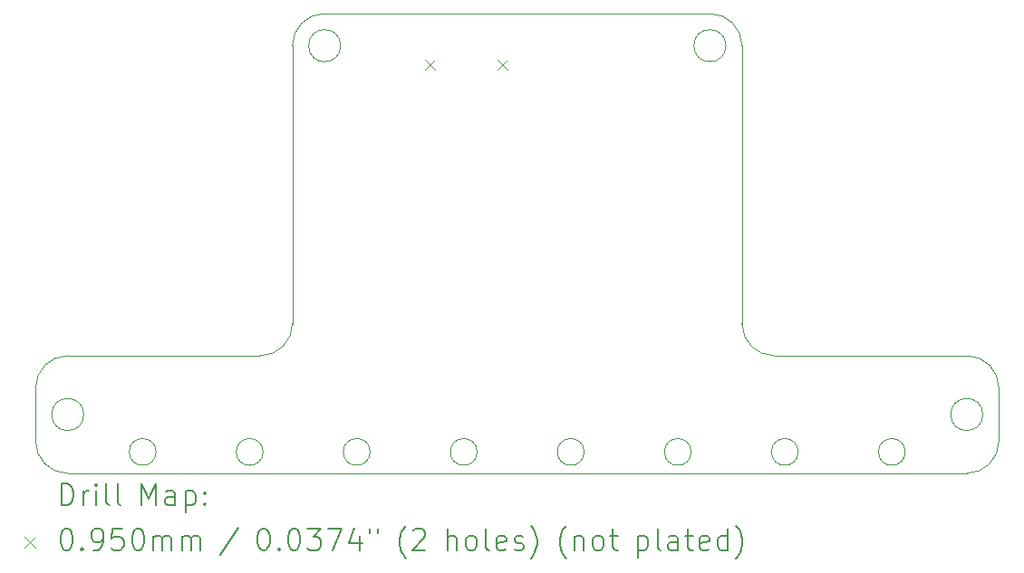
<source format=gbr>
%TF.GenerationSoftware,KiCad,Pcbnew,(7.0.0)*%
%TF.CreationDate,2024-08-27T08:05:36+05:30*%
%TF.ProjectId,Temperature Thing With Thermocouple 3V3,54656d70-6572-4617-9475-726520546869,v2.0.1*%
%TF.SameCoordinates,Original*%
%TF.FileFunction,Drillmap*%
%TF.FilePolarity,Positive*%
%FSLAX45Y45*%
G04 Gerber Fmt 4.5, Leading zero omitted, Abs format (unit mm)*
G04 Created by KiCad (PCBNEW (7.0.0)) date 2024-08-27 08:05:36*
%MOMM*%
%LPD*%
G01*
G04 APERTURE LIST*
%ADD10C,0.100000*%
%ADD11C,0.200000*%
%ADD12C,0.095000*%
G04 APERTURE END LIST*
D10*
X16525000Y-12100000D02*
G75*
G03*
X16525000Y-12100000I-125000J0D01*
G01*
X9400000Y-12000000D02*
G75*
G03*
X9700000Y-12300000I300000J0D01*
G01*
X18100000Y-12300000D02*
G75*
G03*
X18400000Y-12000000I0J300000D01*
G01*
X11500000Y-11200000D02*
X9700000Y-11200000D01*
X12250000Y-8300000D02*
G75*
G03*
X12250000Y-8300000I-150000J0D01*
G01*
X11500000Y-11200000D02*
G75*
G03*
X11800000Y-10900000I0J300000D01*
G01*
X9850000Y-11750000D02*
G75*
G03*
X9850000Y-11750000I-150000J0D01*
G01*
X16000000Y-8300000D02*
G75*
G03*
X15700000Y-8000000I-300000J0D01*
G01*
X15525000Y-12100000D02*
G75*
G03*
X15525000Y-12100000I-125000J0D01*
G01*
X11525000Y-12100000D02*
G75*
G03*
X11525000Y-12100000I-125000J0D01*
G01*
X9700000Y-11200000D02*
G75*
G03*
X9400000Y-11500000I0J-300000D01*
G01*
X9700000Y-12300000D02*
X18100000Y-12300000D01*
X12100000Y-8000000D02*
G75*
G03*
X11800000Y-8300000I0J-300000D01*
G01*
X10525000Y-12100000D02*
G75*
G03*
X10525000Y-12100000I-125000J0D01*
G01*
X12100000Y-8000000D02*
X15700000Y-8000000D01*
X12525000Y-12100000D02*
G75*
G03*
X12525000Y-12100000I-125000J0D01*
G01*
X13525000Y-12100000D02*
G75*
G03*
X13525000Y-12100000I-125000J0D01*
G01*
X15850000Y-8300000D02*
G75*
G03*
X15850000Y-8300000I-150000J0D01*
G01*
X18400000Y-11500000D02*
G75*
G03*
X18100000Y-11200000I-300000J0D01*
G01*
X18100000Y-11200000D02*
X16300000Y-11200000D01*
X9400000Y-11500000D02*
X9400000Y-12000000D01*
X16000000Y-10900000D02*
G75*
G03*
X16300000Y-11200000I300000J0D01*
G01*
X16000000Y-8300000D02*
X16000000Y-10900000D01*
X18250000Y-11750000D02*
G75*
G03*
X18250000Y-11750000I-150000J0D01*
G01*
X11800000Y-10900000D02*
X11800000Y-8300000D01*
X17525000Y-12100000D02*
G75*
G03*
X17525000Y-12100000I-125000J0D01*
G01*
X18400000Y-12000000D02*
X18400000Y-11500000D01*
X14525000Y-12100000D02*
G75*
G03*
X14525000Y-12100000I-125000J0D01*
G01*
D11*
D12*
X13037500Y-8433000D02*
X13132500Y-8528000D01*
X13132500Y-8433000D02*
X13037500Y-8528000D01*
X13717500Y-8433000D02*
X13812500Y-8528000D01*
X13812500Y-8433000D02*
X13717500Y-8528000D01*
D11*
X9642619Y-12598476D02*
X9642619Y-12398476D01*
X9642619Y-12398476D02*
X9690238Y-12398476D01*
X9690238Y-12398476D02*
X9718810Y-12408000D01*
X9718810Y-12408000D02*
X9737857Y-12427048D01*
X9737857Y-12427048D02*
X9747381Y-12446095D01*
X9747381Y-12446095D02*
X9756905Y-12484190D01*
X9756905Y-12484190D02*
X9756905Y-12512762D01*
X9756905Y-12512762D02*
X9747381Y-12550857D01*
X9747381Y-12550857D02*
X9737857Y-12569905D01*
X9737857Y-12569905D02*
X9718810Y-12588952D01*
X9718810Y-12588952D02*
X9690238Y-12598476D01*
X9690238Y-12598476D02*
X9642619Y-12598476D01*
X9842619Y-12598476D02*
X9842619Y-12465143D01*
X9842619Y-12503238D02*
X9852143Y-12484190D01*
X9852143Y-12484190D02*
X9861667Y-12474667D01*
X9861667Y-12474667D02*
X9880714Y-12465143D01*
X9880714Y-12465143D02*
X9899762Y-12465143D01*
X9966429Y-12598476D02*
X9966429Y-12465143D01*
X9966429Y-12398476D02*
X9956905Y-12408000D01*
X9956905Y-12408000D02*
X9966429Y-12417524D01*
X9966429Y-12417524D02*
X9975952Y-12408000D01*
X9975952Y-12408000D02*
X9966429Y-12398476D01*
X9966429Y-12398476D02*
X9966429Y-12417524D01*
X10090238Y-12598476D02*
X10071190Y-12588952D01*
X10071190Y-12588952D02*
X10061667Y-12569905D01*
X10061667Y-12569905D02*
X10061667Y-12398476D01*
X10195000Y-12598476D02*
X10175952Y-12588952D01*
X10175952Y-12588952D02*
X10166429Y-12569905D01*
X10166429Y-12569905D02*
X10166429Y-12398476D01*
X10391190Y-12598476D02*
X10391190Y-12398476D01*
X10391190Y-12398476D02*
X10457857Y-12541333D01*
X10457857Y-12541333D02*
X10524524Y-12398476D01*
X10524524Y-12398476D02*
X10524524Y-12598476D01*
X10705476Y-12598476D02*
X10705476Y-12493714D01*
X10705476Y-12493714D02*
X10695952Y-12474667D01*
X10695952Y-12474667D02*
X10676905Y-12465143D01*
X10676905Y-12465143D02*
X10638809Y-12465143D01*
X10638809Y-12465143D02*
X10619762Y-12474667D01*
X10705476Y-12588952D02*
X10686429Y-12598476D01*
X10686429Y-12598476D02*
X10638809Y-12598476D01*
X10638809Y-12598476D02*
X10619762Y-12588952D01*
X10619762Y-12588952D02*
X10610238Y-12569905D01*
X10610238Y-12569905D02*
X10610238Y-12550857D01*
X10610238Y-12550857D02*
X10619762Y-12531809D01*
X10619762Y-12531809D02*
X10638809Y-12522286D01*
X10638809Y-12522286D02*
X10686429Y-12522286D01*
X10686429Y-12522286D02*
X10705476Y-12512762D01*
X10800714Y-12465143D02*
X10800714Y-12665143D01*
X10800714Y-12474667D02*
X10819762Y-12465143D01*
X10819762Y-12465143D02*
X10857857Y-12465143D01*
X10857857Y-12465143D02*
X10876905Y-12474667D01*
X10876905Y-12474667D02*
X10886429Y-12484190D01*
X10886429Y-12484190D02*
X10895952Y-12503238D01*
X10895952Y-12503238D02*
X10895952Y-12560381D01*
X10895952Y-12560381D02*
X10886429Y-12579428D01*
X10886429Y-12579428D02*
X10876905Y-12588952D01*
X10876905Y-12588952D02*
X10857857Y-12598476D01*
X10857857Y-12598476D02*
X10819762Y-12598476D01*
X10819762Y-12598476D02*
X10800714Y-12588952D01*
X10981667Y-12579428D02*
X10991190Y-12588952D01*
X10991190Y-12588952D02*
X10981667Y-12598476D01*
X10981667Y-12598476D02*
X10972143Y-12588952D01*
X10972143Y-12588952D02*
X10981667Y-12579428D01*
X10981667Y-12579428D02*
X10981667Y-12598476D01*
X10981667Y-12474667D02*
X10991190Y-12484190D01*
X10991190Y-12484190D02*
X10981667Y-12493714D01*
X10981667Y-12493714D02*
X10972143Y-12484190D01*
X10972143Y-12484190D02*
X10981667Y-12474667D01*
X10981667Y-12474667D02*
X10981667Y-12493714D01*
D12*
X9300000Y-12897500D02*
X9395000Y-12992500D01*
X9395000Y-12897500D02*
X9300000Y-12992500D01*
D11*
X9680714Y-12818476D02*
X9699762Y-12818476D01*
X9699762Y-12818476D02*
X9718810Y-12828000D01*
X9718810Y-12828000D02*
X9728333Y-12837524D01*
X9728333Y-12837524D02*
X9737857Y-12856571D01*
X9737857Y-12856571D02*
X9747381Y-12894667D01*
X9747381Y-12894667D02*
X9747381Y-12942286D01*
X9747381Y-12942286D02*
X9737857Y-12980381D01*
X9737857Y-12980381D02*
X9728333Y-12999428D01*
X9728333Y-12999428D02*
X9718810Y-13008952D01*
X9718810Y-13008952D02*
X9699762Y-13018476D01*
X9699762Y-13018476D02*
X9680714Y-13018476D01*
X9680714Y-13018476D02*
X9661667Y-13008952D01*
X9661667Y-13008952D02*
X9652143Y-12999428D01*
X9652143Y-12999428D02*
X9642619Y-12980381D01*
X9642619Y-12980381D02*
X9633095Y-12942286D01*
X9633095Y-12942286D02*
X9633095Y-12894667D01*
X9633095Y-12894667D02*
X9642619Y-12856571D01*
X9642619Y-12856571D02*
X9652143Y-12837524D01*
X9652143Y-12837524D02*
X9661667Y-12828000D01*
X9661667Y-12828000D02*
X9680714Y-12818476D01*
X9833095Y-12999428D02*
X9842619Y-13008952D01*
X9842619Y-13008952D02*
X9833095Y-13018476D01*
X9833095Y-13018476D02*
X9823571Y-13008952D01*
X9823571Y-13008952D02*
X9833095Y-12999428D01*
X9833095Y-12999428D02*
X9833095Y-13018476D01*
X9937857Y-13018476D02*
X9975952Y-13018476D01*
X9975952Y-13018476D02*
X9995000Y-13008952D01*
X9995000Y-13008952D02*
X10004524Y-12999428D01*
X10004524Y-12999428D02*
X10023571Y-12970857D01*
X10023571Y-12970857D02*
X10033095Y-12932762D01*
X10033095Y-12932762D02*
X10033095Y-12856571D01*
X10033095Y-12856571D02*
X10023571Y-12837524D01*
X10023571Y-12837524D02*
X10014048Y-12828000D01*
X10014048Y-12828000D02*
X9995000Y-12818476D01*
X9995000Y-12818476D02*
X9956905Y-12818476D01*
X9956905Y-12818476D02*
X9937857Y-12828000D01*
X9937857Y-12828000D02*
X9928333Y-12837524D01*
X9928333Y-12837524D02*
X9918810Y-12856571D01*
X9918810Y-12856571D02*
X9918810Y-12904190D01*
X9918810Y-12904190D02*
X9928333Y-12923238D01*
X9928333Y-12923238D02*
X9937857Y-12932762D01*
X9937857Y-12932762D02*
X9956905Y-12942286D01*
X9956905Y-12942286D02*
X9995000Y-12942286D01*
X9995000Y-12942286D02*
X10014048Y-12932762D01*
X10014048Y-12932762D02*
X10023571Y-12923238D01*
X10023571Y-12923238D02*
X10033095Y-12904190D01*
X10214048Y-12818476D02*
X10118810Y-12818476D01*
X10118810Y-12818476D02*
X10109286Y-12913714D01*
X10109286Y-12913714D02*
X10118810Y-12904190D01*
X10118810Y-12904190D02*
X10137857Y-12894667D01*
X10137857Y-12894667D02*
X10185476Y-12894667D01*
X10185476Y-12894667D02*
X10204524Y-12904190D01*
X10204524Y-12904190D02*
X10214048Y-12913714D01*
X10214048Y-12913714D02*
X10223571Y-12932762D01*
X10223571Y-12932762D02*
X10223571Y-12980381D01*
X10223571Y-12980381D02*
X10214048Y-12999428D01*
X10214048Y-12999428D02*
X10204524Y-13008952D01*
X10204524Y-13008952D02*
X10185476Y-13018476D01*
X10185476Y-13018476D02*
X10137857Y-13018476D01*
X10137857Y-13018476D02*
X10118810Y-13008952D01*
X10118810Y-13008952D02*
X10109286Y-12999428D01*
X10347381Y-12818476D02*
X10366429Y-12818476D01*
X10366429Y-12818476D02*
X10385476Y-12828000D01*
X10385476Y-12828000D02*
X10395000Y-12837524D01*
X10395000Y-12837524D02*
X10404524Y-12856571D01*
X10404524Y-12856571D02*
X10414048Y-12894667D01*
X10414048Y-12894667D02*
X10414048Y-12942286D01*
X10414048Y-12942286D02*
X10404524Y-12980381D01*
X10404524Y-12980381D02*
X10395000Y-12999428D01*
X10395000Y-12999428D02*
X10385476Y-13008952D01*
X10385476Y-13008952D02*
X10366429Y-13018476D01*
X10366429Y-13018476D02*
X10347381Y-13018476D01*
X10347381Y-13018476D02*
X10328333Y-13008952D01*
X10328333Y-13008952D02*
X10318810Y-12999428D01*
X10318810Y-12999428D02*
X10309286Y-12980381D01*
X10309286Y-12980381D02*
X10299762Y-12942286D01*
X10299762Y-12942286D02*
X10299762Y-12894667D01*
X10299762Y-12894667D02*
X10309286Y-12856571D01*
X10309286Y-12856571D02*
X10318810Y-12837524D01*
X10318810Y-12837524D02*
X10328333Y-12828000D01*
X10328333Y-12828000D02*
X10347381Y-12818476D01*
X10499762Y-13018476D02*
X10499762Y-12885143D01*
X10499762Y-12904190D02*
X10509286Y-12894667D01*
X10509286Y-12894667D02*
X10528333Y-12885143D01*
X10528333Y-12885143D02*
X10556905Y-12885143D01*
X10556905Y-12885143D02*
X10575952Y-12894667D01*
X10575952Y-12894667D02*
X10585476Y-12913714D01*
X10585476Y-12913714D02*
X10585476Y-13018476D01*
X10585476Y-12913714D02*
X10595000Y-12894667D01*
X10595000Y-12894667D02*
X10614048Y-12885143D01*
X10614048Y-12885143D02*
X10642619Y-12885143D01*
X10642619Y-12885143D02*
X10661667Y-12894667D01*
X10661667Y-12894667D02*
X10671191Y-12913714D01*
X10671191Y-12913714D02*
X10671191Y-13018476D01*
X10766429Y-13018476D02*
X10766429Y-12885143D01*
X10766429Y-12904190D02*
X10775952Y-12894667D01*
X10775952Y-12894667D02*
X10795000Y-12885143D01*
X10795000Y-12885143D02*
X10823572Y-12885143D01*
X10823572Y-12885143D02*
X10842619Y-12894667D01*
X10842619Y-12894667D02*
X10852143Y-12913714D01*
X10852143Y-12913714D02*
X10852143Y-13018476D01*
X10852143Y-12913714D02*
X10861667Y-12894667D01*
X10861667Y-12894667D02*
X10880714Y-12885143D01*
X10880714Y-12885143D02*
X10909286Y-12885143D01*
X10909286Y-12885143D02*
X10928333Y-12894667D01*
X10928333Y-12894667D02*
X10937857Y-12913714D01*
X10937857Y-12913714D02*
X10937857Y-13018476D01*
X11295952Y-12808952D02*
X11124524Y-13066095D01*
X11520714Y-12818476D02*
X11539762Y-12818476D01*
X11539762Y-12818476D02*
X11558810Y-12828000D01*
X11558810Y-12828000D02*
X11568333Y-12837524D01*
X11568333Y-12837524D02*
X11577857Y-12856571D01*
X11577857Y-12856571D02*
X11587381Y-12894667D01*
X11587381Y-12894667D02*
X11587381Y-12942286D01*
X11587381Y-12942286D02*
X11577857Y-12980381D01*
X11577857Y-12980381D02*
X11568333Y-12999428D01*
X11568333Y-12999428D02*
X11558810Y-13008952D01*
X11558810Y-13008952D02*
X11539762Y-13018476D01*
X11539762Y-13018476D02*
X11520714Y-13018476D01*
X11520714Y-13018476D02*
X11501667Y-13008952D01*
X11501667Y-13008952D02*
X11492143Y-12999428D01*
X11492143Y-12999428D02*
X11482619Y-12980381D01*
X11482619Y-12980381D02*
X11473095Y-12942286D01*
X11473095Y-12942286D02*
X11473095Y-12894667D01*
X11473095Y-12894667D02*
X11482619Y-12856571D01*
X11482619Y-12856571D02*
X11492143Y-12837524D01*
X11492143Y-12837524D02*
X11501667Y-12828000D01*
X11501667Y-12828000D02*
X11520714Y-12818476D01*
X11673095Y-12999428D02*
X11682619Y-13008952D01*
X11682619Y-13008952D02*
X11673095Y-13018476D01*
X11673095Y-13018476D02*
X11663571Y-13008952D01*
X11663571Y-13008952D02*
X11673095Y-12999428D01*
X11673095Y-12999428D02*
X11673095Y-13018476D01*
X11806429Y-12818476D02*
X11825476Y-12818476D01*
X11825476Y-12818476D02*
X11844524Y-12828000D01*
X11844524Y-12828000D02*
X11854048Y-12837524D01*
X11854048Y-12837524D02*
X11863571Y-12856571D01*
X11863571Y-12856571D02*
X11873095Y-12894667D01*
X11873095Y-12894667D02*
X11873095Y-12942286D01*
X11873095Y-12942286D02*
X11863571Y-12980381D01*
X11863571Y-12980381D02*
X11854048Y-12999428D01*
X11854048Y-12999428D02*
X11844524Y-13008952D01*
X11844524Y-13008952D02*
X11825476Y-13018476D01*
X11825476Y-13018476D02*
X11806429Y-13018476D01*
X11806429Y-13018476D02*
X11787381Y-13008952D01*
X11787381Y-13008952D02*
X11777857Y-12999428D01*
X11777857Y-12999428D02*
X11768333Y-12980381D01*
X11768333Y-12980381D02*
X11758810Y-12942286D01*
X11758810Y-12942286D02*
X11758810Y-12894667D01*
X11758810Y-12894667D02*
X11768333Y-12856571D01*
X11768333Y-12856571D02*
X11777857Y-12837524D01*
X11777857Y-12837524D02*
X11787381Y-12828000D01*
X11787381Y-12828000D02*
X11806429Y-12818476D01*
X11939762Y-12818476D02*
X12063571Y-12818476D01*
X12063571Y-12818476D02*
X11996905Y-12894667D01*
X11996905Y-12894667D02*
X12025476Y-12894667D01*
X12025476Y-12894667D02*
X12044524Y-12904190D01*
X12044524Y-12904190D02*
X12054048Y-12913714D01*
X12054048Y-12913714D02*
X12063571Y-12932762D01*
X12063571Y-12932762D02*
X12063571Y-12980381D01*
X12063571Y-12980381D02*
X12054048Y-12999428D01*
X12054048Y-12999428D02*
X12044524Y-13008952D01*
X12044524Y-13008952D02*
X12025476Y-13018476D01*
X12025476Y-13018476D02*
X11968333Y-13018476D01*
X11968333Y-13018476D02*
X11949286Y-13008952D01*
X11949286Y-13008952D02*
X11939762Y-12999428D01*
X12130238Y-12818476D02*
X12263571Y-12818476D01*
X12263571Y-12818476D02*
X12177857Y-13018476D01*
X12425476Y-12885143D02*
X12425476Y-13018476D01*
X12377857Y-12808952D02*
X12330238Y-12951809D01*
X12330238Y-12951809D02*
X12454048Y-12951809D01*
X12520714Y-12818476D02*
X12520714Y-12856571D01*
X12596905Y-12818476D02*
X12596905Y-12856571D01*
X12859762Y-13094667D02*
X12850238Y-13085143D01*
X12850238Y-13085143D02*
X12831191Y-13056571D01*
X12831191Y-13056571D02*
X12821667Y-13037524D01*
X12821667Y-13037524D02*
X12812143Y-13008952D01*
X12812143Y-13008952D02*
X12802619Y-12961333D01*
X12802619Y-12961333D02*
X12802619Y-12923238D01*
X12802619Y-12923238D02*
X12812143Y-12875619D01*
X12812143Y-12875619D02*
X12821667Y-12847048D01*
X12821667Y-12847048D02*
X12831191Y-12828000D01*
X12831191Y-12828000D02*
X12850238Y-12799428D01*
X12850238Y-12799428D02*
X12859762Y-12789905D01*
X12926429Y-12837524D02*
X12935952Y-12828000D01*
X12935952Y-12828000D02*
X12955000Y-12818476D01*
X12955000Y-12818476D02*
X13002619Y-12818476D01*
X13002619Y-12818476D02*
X13021667Y-12828000D01*
X13021667Y-12828000D02*
X13031191Y-12837524D01*
X13031191Y-12837524D02*
X13040714Y-12856571D01*
X13040714Y-12856571D02*
X13040714Y-12875619D01*
X13040714Y-12875619D02*
X13031191Y-12904190D01*
X13031191Y-12904190D02*
X12916905Y-13018476D01*
X12916905Y-13018476D02*
X13040714Y-13018476D01*
X13246429Y-13018476D02*
X13246429Y-12818476D01*
X13332143Y-13018476D02*
X13332143Y-12913714D01*
X13332143Y-12913714D02*
X13322619Y-12894667D01*
X13322619Y-12894667D02*
X13303572Y-12885143D01*
X13303572Y-12885143D02*
X13275000Y-12885143D01*
X13275000Y-12885143D02*
X13255952Y-12894667D01*
X13255952Y-12894667D02*
X13246429Y-12904190D01*
X13455952Y-13018476D02*
X13436905Y-13008952D01*
X13436905Y-13008952D02*
X13427381Y-12999428D01*
X13427381Y-12999428D02*
X13417857Y-12980381D01*
X13417857Y-12980381D02*
X13417857Y-12923238D01*
X13417857Y-12923238D02*
X13427381Y-12904190D01*
X13427381Y-12904190D02*
X13436905Y-12894667D01*
X13436905Y-12894667D02*
X13455952Y-12885143D01*
X13455952Y-12885143D02*
X13484524Y-12885143D01*
X13484524Y-12885143D02*
X13503572Y-12894667D01*
X13503572Y-12894667D02*
X13513095Y-12904190D01*
X13513095Y-12904190D02*
X13522619Y-12923238D01*
X13522619Y-12923238D02*
X13522619Y-12980381D01*
X13522619Y-12980381D02*
X13513095Y-12999428D01*
X13513095Y-12999428D02*
X13503572Y-13008952D01*
X13503572Y-13008952D02*
X13484524Y-13018476D01*
X13484524Y-13018476D02*
X13455952Y-13018476D01*
X13636905Y-13018476D02*
X13617857Y-13008952D01*
X13617857Y-13008952D02*
X13608333Y-12989905D01*
X13608333Y-12989905D02*
X13608333Y-12818476D01*
X13789286Y-13008952D02*
X13770238Y-13018476D01*
X13770238Y-13018476D02*
X13732143Y-13018476D01*
X13732143Y-13018476D02*
X13713095Y-13008952D01*
X13713095Y-13008952D02*
X13703572Y-12989905D01*
X13703572Y-12989905D02*
X13703572Y-12913714D01*
X13703572Y-12913714D02*
X13713095Y-12894667D01*
X13713095Y-12894667D02*
X13732143Y-12885143D01*
X13732143Y-12885143D02*
X13770238Y-12885143D01*
X13770238Y-12885143D02*
X13789286Y-12894667D01*
X13789286Y-12894667D02*
X13798810Y-12913714D01*
X13798810Y-12913714D02*
X13798810Y-12932762D01*
X13798810Y-12932762D02*
X13703572Y-12951809D01*
X13875000Y-13008952D02*
X13894048Y-13018476D01*
X13894048Y-13018476D02*
X13932143Y-13018476D01*
X13932143Y-13018476D02*
X13951191Y-13008952D01*
X13951191Y-13008952D02*
X13960714Y-12989905D01*
X13960714Y-12989905D02*
X13960714Y-12980381D01*
X13960714Y-12980381D02*
X13951191Y-12961333D01*
X13951191Y-12961333D02*
X13932143Y-12951809D01*
X13932143Y-12951809D02*
X13903572Y-12951809D01*
X13903572Y-12951809D02*
X13884524Y-12942286D01*
X13884524Y-12942286D02*
X13875000Y-12923238D01*
X13875000Y-12923238D02*
X13875000Y-12913714D01*
X13875000Y-12913714D02*
X13884524Y-12894667D01*
X13884524Y-12894667D02*
X13903572Y-12885143D01*
X13903572Y-12885143D02*
X13932143Y-12885143D01*
X13932143Y-12885143D02*
X13951191Y-12894667D01*
X14027381Y-13094667D02*
X14036905Y-13085143D01*
X14036905Y-13085143D02*
X14055953Y-13056571D01*
X14055953Y-13056571D02*
X14065476Y-13037524D01*
X14065476Y-13037524D02*
X14075000Y-13008952D01*
X14075000Y-13008952D02*
X14084524Y-12961333D01*
X14084524Y-12961333D02*
X14084524Y-12923238D01*
X14084524Y-12923238D02*
X14075000Y-12875619D01*
X14075000Y-12875619D02*
X14065476Y-12847048D01*
X14065476Y-12847048D02*
X14055953Y-12828000D01*
X14055953Y-12828000D02*
X14036905Y-12799428D01*
X14036905Y-12799428D02*
X14027381Y-12789905D01*
X14356905Y-13094667D02*
X14347381Y-13085143D01*
X14347381Y-13085143D02*
X14328333Y-13056571D01*
X14328333Y-13056571D02*
X14318810Y-13037524D01*
X14318810Y-13037524D02*
X14309286Y-13008952D01*
X14309286Y-13008952D02*
X14299762Y-12961333D01*
X14299762Y-12961333D02*
X14299762Y-12923238D01*
X14299762Y-12923238D02*
X14309286Y-12875619D01*
X14309286Y-12875619D02*
X14318810Y-12847048D01*
X14318810Y-12847048D02*
X14328333Y-12828000D01*
X14328333Y-12828000D02*
X14347381Y-12799428D01*
X14347381Y-12799428D02*
X14356905Y-12789905D01*
X14433095Y-12885143D02*
X14433095Y-13018476D01*
X14433095Y-12904190D02*
X14442619Y-12894667D01*
X14442619Y-12894667D02*
X14461667Y-12885143D01*
X14461667Y-12885143D02*
X14490238Y-12885143D01*
X14490238Y-12885143D02*
X14509286Y-12894667D01*
X14509286Y-12894667D02*
X14518810Y-12913714D01*
X14518810Y-12913714D02*
X14518810Y-13018476D01*
X14642619Y-13018476D02*
X14623572Y-13008952D01*
X14623572Y-13008952D02*
X14614048Y-12999428D01*
X14614048Y-12999428D02*
X14604524Y-12980381D01*
X14604524Y-12980381D02*
X14604524Y-12923238D01*
X14604524Y-12923238D02*
X14614048Y-12904190D01*
X14614048Y-12904190D02*
X14623572Y-12894667D01*
X14623572Y-12894667D02*
X14642619Y-12885143D01*
X14642619Y-12885143D02*
X14671191Y-12885143D01*
X14671191Y-12885143D02*
X14690238Y-12894667D01*
X14690238Y-12894667D02*
X14699762Y-12904190D01*
X14699762Y-12904190D02*
X14709286Y-12923238D01*
X14709286Y-12923238D02*
X14709286Y-12980381D01*
X14709286Y-12980381D02*
X14699762Y-12999428D01*
X14699762Y-12999428D02*
X14690238Y-13008952D01*
X14690238Y-13008952D02*
X14671191Y-13018476D01*
X14671191Y-13018476D02*
X14642619Y-13018476D01*
X14766429Y-12885143D02*
X14842619Y-12885143D01*
X14795000Y-12818476D02*
X14795000Y-12989905D01*
X14795000Y-12989905D02*
X14804524Y-13008952D01*
X14804524Y-13008952D02*
X14823572Y-13018476D01*
X14823572Y-13018476D02*
X14842619Y-13018476D01*
X15029286Y-12885143D02*
X15029286Y-13085143D01*
X15029286Y-12894667D02*
X15048333Y-12885143D01*
X15048333Y-12885143D02*
X15086429Y-12885143D01*
X15086429Y-12885143D02*
X15105476Y-12894667D01*
X15105476Y-12894667D02*
X15115000Y-12904190D01*
X15115000Y-12904190D02*
X15124524Y-12923238D01*
X15124524Y-12923238D02*
X15124524Y-12980381D01*
X15124524Y-12980381D02*
X15115000Y-12999428D01*
X15115000Y-12999428D02*
X15105476Y-13008952D01*
X15105476Y-13008952D02*
X15086429Y-13018476D01*
X15086429Y-13018476D02*
X15048333Y-13018476D01*
X15048333Y-13018476D02*
X15029286Y-13008952D01*
X15238810Y-13018476D02*
X15219762Y-13008952D01*
X15219762Y-13008952D02*
X15210238Y-12989905D01*
X15210238Y-12989905D02*
X15210238Y-12818476D01*
X15400714Y-13018476D02*
X15400714Y-12913714D01*
X15400714Y-12913714D02*
X15391191Y-12894667D01*
X15391191Y-12894667D02*
X15372143Y-12885143D01*
X15372143Y-12885143D02*
X15334048Y-12885143D01*
X15334048Y-12885143D02*
X15315000Y-12894667D01*
X15400714Y-13008952D02*
X15381667Y-13018476D01*
X15381667Y-13018476D02*
X15334048Y-13018476D01*
X15334048Y-13018476D02*
X15315000Y-13008952D01*
X15315000Y-13008952D02*
X15305476Y-12989905D01*
X15305476Y-12989905D02*
X15305476Y-12970857D01*
X15305476Y-12970857D02*
X15315000Y-12951809D01*
X15315000Y-12951809D02*
X15334048Y-12942286D01*
X15334048Y-12942286D02*
X15381667Y-12942286D01*
X15381667Y-12942286D02*
X15400714Y-12932762D01*
X15467381Y-12885143D02*
X15543572Y-12885143D01*
X15495953Y-12818476D02*
X15495953Y-12989905D01*
X15495953Y-12989905D02*
X15505476Y-13008952D01*
X15505476Y-13008952D02*
X15524524Y-13018476D01*
X15524524Y-13018476D02*
X15543572Y-13018476D01*
X15686429Y-13008952D02*
X15667381Y-13018476D01*
X15667381Y-13018476D02*
X15629286Y-13018476D01*
X15629286Y-13018476D02*
X15610238Y-13008952D01*
X15610238Y-13008952D02*
X15600714Y-12989905D01*
X15600714Y-12989905D02*
X15600714Y-12913714D01*
X15600714Y-12913714D02*
X15610238Y-12894667D01*
X15610238Y-12894667D02*
X15629286Y-12885143D01*
X15629286Y-12885143D02*
X15667381Y-12885143D01*
X15667381Y-12885143D02*
X15686429Y-12894667D01*
X15686429Y-12894667D02*
X15695953Y-12913714D01*
X15695953Y-12913714D02*
X15695953Y-12932762D01*
X15695953Y-12932762D02*
X15600714Y-12951809D01*
X15867381Y-13018476D02*
X15867381Y-12818476D01*
X15867381Y-13008952D02*
X15848334Y-13018476D01*
X15848334Y-13018476D02*
X15810238Y-13018476D01*
X15810238Y-13018476D02*
X15791191Y-13008952D01*
X15791191Y-13008952D02*
X15781667Y-12999428D01*
X15781667Y-12999428D02*
X15772143Y-12980381D01*
X15772143Y-12980381D02*
X15772143Y-12923238D01*
X15772143Y-12923238D02*
X15781667Y-12904190D01*
X15781667Y-12904190D02*
X15791191Y-12894667D01*
X15791191Y-12894667D02*
X15810238Y-12885143D01*
X15810238Y-12885143D02*
X15848334Y-12885143D01*
X15848334Y-12885143D02*
X15867381Y-12894667D01*
X15943572Y-13094667D02*
X15953095Y-13085143D01*
X15953095Y-13085143D02*
X15972143Y-13056571D01*
X15972143Y-13056571D02*
X15981667Y-13037524D01*
X15981667Y-13037524D02*
X15991191Y-13008952D01*
X15991191Y-13008952D02*
X16000714Y-12961333D01*
X16000714Y-12961333D02*
X16000714Y-12923238D01*
X16000714Y-12923238D02*
X15991191Y-12875619D01*
X15991191Y-12875619D02*
X15981667Y-12847048D01*
X15981667Y-12847048D02*
X15972143Y-12828000D01*
X15972143Y-12828000D02*
X15953095Y-12799428D01*
X15953095Y-12799428D02*
X15943572Y-12789905D01*
M02*

</source>
